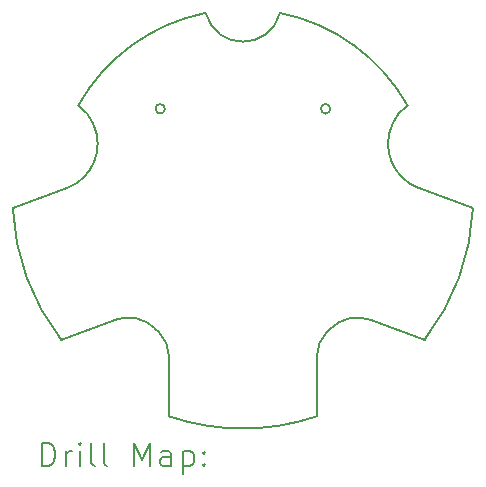
<source format=gbr>
%FSLAX45Y45*%
G04 Gerber Fmt 4.5, Leading zero omitted, Abs format (unit mm)*
G04 Created by KiCad (PCBNEW (6.0.5)) date 2022-06-17 18:07:54*
%MOMM*%
%LPD*%
G01*
G04 APERTURE LIST*
%TA.AperFunction,Profile*%
%ADD10C,0.200000*%
%TD*%
%ADD11C,0.200000*%
G04 APERTURE END LIST*
D10*
X14498380Y-11265866D02*
X14525548Y-11293034D01*
X14923736Y-8592046D02*
G75*
G03*
X13843687Y-9376749I314684J-1568754D01*
G01*
X14613416Y-12007924D02*
G75*
G03*
X15863416Y-12007924I625000J1847125D01*
G01*
X14578416Y-9404247D02*
G75*
G03*
X14578416Y-9404247I-40000J0D01*
G01*
X15978416Y-9404247D02*
G75*
G03*
X15978416Y-9404247I-40000J0D01*
G01*
X14923736Y-8592048D02*
G75*
G03*
X15553096Y-8592048I314680J81250D01*
G01*
X16320331Y-11190609D02*
X16777271Y-11358472D01*
X16506323Y-9529167D02*
G75*
G03*
X16729694Y-10076280I361307J-171643D01*
G01*
X16633148Y-9376747D02*
G75*
G03*
X15553096Y-8592048I-1394728J-784053D01*
G01*
X16633144Y-9376749D02*
G75*
G03*
X16506326Y-9529169I174516J-274171D01*
G01*
X13970505Y-9529169D02*
G75*
G03*
X13843687Y-9376749I-301335J-121751D01*
G01*
X17186634Y-10244143D02*
X16729694Y-10076280D01*
X15951285Y-11293035D02*
G75*
G03*
X15863416Y-11505166I212135J-212135D01*
G01*
X16320330Y-11190612D02*
G75*
G03*
X15978452Y-11265866I-112070J-305068D01*
G01*
X14613420Y-11505166D02*
G75*
G03*
X14525548Y-11293034I-300000J-4D01*
G01*
X15863416Y-12007924D02*
X15863416Y-11505166D01*
X14498380Y-11265865D02*
G75*
G03*
X14156500Y-11190609I-229811J-229815D01*
G01*
X13747138Y-10076280D02*
G75*
G03*
X13970506Y-9529169I-137932J375466D01*
G01*
X14613416Y-11505166D02*
X14613416Y-12007924D01*
X15951284Y-11293034D02*
X15978452Y-11265866D01*
X13290200Y-10244143D02*
G75*
G03*
X13699560Y-11358472I1948220J83343D01*
G01*
X13699560Y-11358472D02*
X14156500Y-11190609D01*
X13747138Y-10076280D02*
X13290198Y-10244143D01*
X16777272Y-11358472D02*
G75*
G03*
X17186634Y-10244143I-1538852J1197672D01*
G01*
D11*
X13537817Y-12431274D02*
X13537817Y-12231274D01*
X13585436Y-12231274D01*
X13614007Y-12240798D01*
X13633055Y-12259845D01*
X13642579Y-12278893D01*
X13652103Y-12316988D01*
X13652103Y-12345559D01*
X13642579Y-12383655D01*
X13633055Y-12402702D01*
X13614007Y-12421750D01*
X13585436Y-12431274D01*
X13537817Y-12431274D01*
X13737817Y-12431274D02*
X13737817Y-12297940D01*
X13737817Y-12336036D02*
X13747341Y-12316988D01*
X13756864Y-12307464D01*
X13775912Y-12297940D01*
X13794960Y-12297940D01*
X13861626Y-12431274D02*
X13861626Y-12297940D01*
X13861626Y-12231274D02*
X13852103Y-12240798D01*
X13861626Y-12250321D01*
X13871150Y-12240798D01*
X13861626Y-12231274D01*
X13861626Y-12250321D01*
X13985436Y-12431274D02*
X13966388Y-12421750D01*
X13956864Y-12402702D01*
X13956864Y-12231274D01*
X14090198Y-12431274D02*
X14071150Y-12421750D01*
X14061626Y-12402702D01*
X14061626Y-12231274D01*
X14318769Y-12431274D02*
X14318769Y-12231274D01*
X14385436Y-12374131D01*
X14452103Y-12231274D01*
X14452103Y-12431274D01*
X14633055Y-12431274D02*
X14633055Y-12326512D01*
X14623531Y-12307464D01*
X14604484Y-12297940D01*
X14566388Y-12297940D01*
X14547341Y-12307464D01*
X14633055Y-12421750D02*
X14614007Y-12431274D01*
X14566388Y-12431274D01*
X14547341Y-12421750D01*
X14537817Y-12402702D01*
X14537817Y-12383655D01*
X14547341Y-12364607D01*
X14566388Y-12355083D01*
X14614007Y-12355083D01*
X14633055Y-12345559D01*
X14728293Y-12297940D02*
X14728293Y-12497940D01*
X14728293Y-12307464D02*
X14747341Y-12297940D01*
X14785436Y-12297940D01*
X14804484Y-12307464D01*
X14814007Y-12316988D01*
X14823531Y-12336036D01*
X14823531Y-12393178D01*
X14814007Y-12412226D01*
X14804484Y-12421750D01*
X14785436Y-12431274D01*
X14747341Y-12431274D01*
X14728293Y-12421750D01*
X14909245Y-12412226D02*
X14918769Y-12421750D01*
X14909245Y-12431274D01*
X14899722Y-12421750D01*
X14909245Y-12412226D01*
X14909245Y-12431274D01*
X14909245Y-12307464D02*
X14918769Y-12316988D01*
X14909245Y-12326512D01*
X14899722Y-12316988D01*
X14909245Y-12307464D01*
X14909245Y-12326512D01*
M02*

</source>
